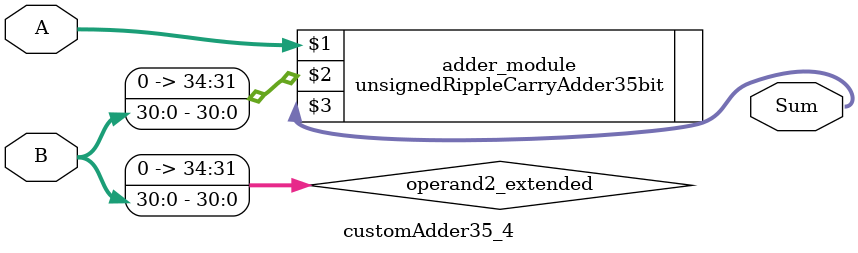
<source format=v>
module customAdder35_4(
                        input [34 : 0] A,
                        input [30 : 0] B,
                        
                        output [35 : 0] Sum
                );

        wire [34 : 0] operand2_extended;
        
        assign operand2_extended =  {4'b0, B};
        
        unsignedRippleCarryAdder35bit adder_module(
            A,
            operand2_extended,
            Sum
        );
        
        endmodule
        
</source>
